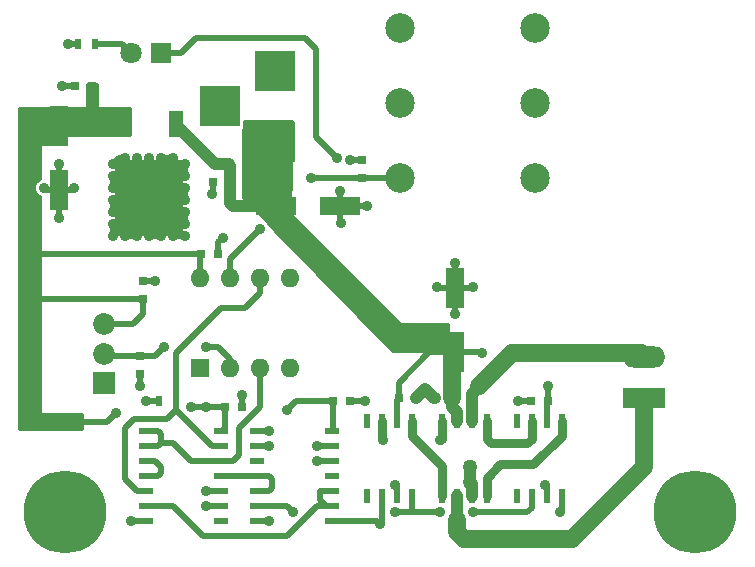
<source format=gtl>
G04 #@! TF.FileFunction,Copper,L1,Top,Signal*
%FSLAX46Y46*%
G04 Gerber Fmt 4.6, Leading zero omitted, Abs format (unit mm)*
G04 Created by KiCad (PCBNEW 4.0.7) date 08/01/18 14:34:15*
%MOMM*%
%LPD*%
G01*
G04 APERTURE LIST*
%ADD10C,0.150000*%
%ADD11R,1.600000X1.600000*%
%ADD12O,1.600000X1.600000*%
%ADD13R,1.143000X0.508000*%
%ADD14R,3.600000X1.800000*%
%ADD15O,3.600000X1.800000*%
%ADD16R,0.508000X1.143000*%
%ADD17R,3.500000X1.600000*%
%ADD18R,0.800000X0.750000*%
%ADD19R,1.600000X3.500000*%
%ADD20R,0.750000X0.800000*%
%ADD21R,1.800000X1.800000*%
%ADD22C,1.800000*%
%ADD23C,2.500000*%
%ADD24R,3.500000X3.500000*%
%ADD25R,1.850000X1.850000*%
%ADD26C,1.850000*%
%ADD27R,0.500000X0.900000*%
%ADD28R,1.200000X2.200000*%
%ADD29R,5.800000X6.400000*%
%ADD30R,2.750000X3.050000*%
%ADD31C,7.000000*%
%ADD32C,0.889000*%
%ADD33C,1.270000*%
%ADD34C,0.508000*%
%ADD35C,1.016000*%
%ADD36C,1.524000*%
%ADD37C,0.762000*%
%ADD38C,0.304800*%
G04 APERTURE END LIST*
D10*
D11*
X66548000Y-83820000D03*
D12*
X74168000Y-76200000D03*
X69088000Y-83820000D03*
X71628000Y-76200000D03*
X71628000Y-83820000D03*
X69088000Y-76200000D03*
X74168000Y-83820000D03*
X66548000Y-76200000D03*
D13*
X71374000Y-89154000D03*
X71374000Y-90424000D03*
X71374000Y-91694000D03*
X71374000Y-92964000D03*
X71374000Y-94234000D03*
X71374000Y-95504000D03*
X71374000Y-96774000D03*
X77724000Y-96774000D03*
X77724000Y-95504000D03*
X77724000Y-92964000D03*
X77724000Y-91694000D03*
X77724000Y-90424000D03*
X77724000Y-89154000D03*
X77724000Y-94234000D03*
D14*
X104140000Y-86360000D03*
D15*
X104140000Y-82860000D03*
D16*
X80645000Y-88265000D03*
X81915000Y-88265000D03*
X83185000Y-88265000D03*
X84455000Y-88265000D03*
X84455000Y-94615000D03*
X83185000Y-94615000D03*
X81915000Y-94615000D03*
X80645000Y-94615000D03*
X93345000Y-88265000D03*
X94615000Y-88265000D03*
X95885000Y-88265000D03*
X97155000Y-88265000D03*
X97155000Y-94615000D03*
X95885000Y-94615000D03*
X94615000Y-94615000D03*
X93345000Y-94615000D03*
D17*
X72992000Y-70104000D03*
X78392000Y-70104000D03*
D18*
X67576000Y-68072000D03*
X69076000Y-68072000D03*
X83324000Y-86360000D03*
X84824000Y-86360000D03*
D19*
X54610000Y-63340000D03*
X54610000Y-68740000D03*
D18*
X55892000Y-59944000D03*
X57392000Y-59944000D03*
D19*
X88138000Y-82456000D03*
X88138000Y-77056000D03*
D18*
X68060000Y-74168000D03*
X66560000Y-74168000D03*
X86372000Y-86360000D03*
X87872000Y-86360000D03*
X94500000Y-86614000D03*
X96000000Y-86614000D03*
D20*
X61468000Y-84316000D03*
X61468000Y-82816000D03*
X80264000Y-66179000D03*
X80264000Y-67679000D03*
D18*
X79236000Y-86614000D03*
X77736000Y-86614000D03*
D21*
X63246000Y-57150000D03*
D22*
X60706000Y-57150000D03*
D23*
X83448000Y-55050000D03*
X83448000Y-61400000D03*
X83448000Y-67750000D03*
X94878000Y-55050000D03*
X94878000Y-61400000D03*
X94878000Y-67750000D03*
D24*
X72898000Y-64643000D03*
X72898000Y-58643000D03*
X68198000Y-61643000D03*
D25*
X58420000Y-85090000D03*
D26*
X58420000Y-82590000D03*
X58420000Y-80090000D03*
D27*
X56146000Y-56388000D03*
X57646000Y-56388000D03*
D28*
X64510000Y-63110000D03*
X59950000Y-63110000D03*
D29*
X62230000Y-69410000D03*
D30*
X60705000Y-71085000D03*
X63755000Y-67735000D03*
X63755000Y-71085000D03*
X60705000Y-67735000D03*
D16*
X86995000Y-88265000D03*
X88265000Y-88265000D03*
X89535000Y-88265000D03*
X90805000Y-88265000D03*
X90805000Y-94615000D03*
X89535000Y-94615000D03*
X88265000Y-94615000D03*
X86995000Y-94615000D03*
D31*
X55118000Y-96012000D03*
X108458000Y-96012000D03*
D20*
X61722000Y-76466000D03*
X61722000Y-77966000D03*
D27*
X64504000Y-86614000D03*
X63004000Y-86614000D03*
D18*
X70092000Y-87122000D03*
X68592000Y-87122000D03*
D13*
X61976000Y-89154000D03*
X61976000Y-90424000D03*
X61976000Y-91694000D03*
X61976000Y-92964000D03*
X61976000Y-94234000D03*
X61976000Y-95504000D03*
X61976000Y-96774000D03*
X68326000Y-96774000D03*
X68326000Y-95504000D03*
X68326000Y-92964000D03*
X68326000Y-91694000D03*
X68326000Y-90424000D03*
X68326000Y-89154000D03*
X68326000Y-94234000D03*
D32*
X67056000Y-82042000D03*
X63500000Y-82042000D03*
X59436000Y-87630000D03*
X65786000Y-87122000D03*
X67056000Y-87122000D03*
X73914000Y-87376000D03*
X67564000Y-69088000D03*
X68453000Y-72771000D03*
X78486000Y-71501000D03*
X78359000Y-68834000D03*
X80645000Y-70104000D03*
X79248000Y-66167000D03*
X85598000Y-85598000D03*
X80518000Y-86614000D03*
X76454000Y-90424000D03*
X76454000Y-91694000D03*
X72390000Y-90424000D03*
X72390000Y-89154000D03*
X70104000Y-86106000D03*
X72390000Y-96774000D03*
X67056000Y-95504000D03*
X67056000Y-94234000D03*
X60706000Y-96774000D03*
X61976000Y-86614000D03*
X61214000Y-66040000D03*
X60198000Y-66040000D03*
X59182000Y-66548000D03*
X59182000Y-67564000D03*
X59182000Y-68580000D03*
X59182000Y-69596000D03*
X59182000Y-70612000D03*
X59182000Y-71628000D03*
X59182000Y-72644000D03*
X60198000Y-72644000D03*
X61214000Y-72644000D03*
X62230000Y-72644000D03*
X63246000Y-72644000D03*
X64262000Y-72644000D03*
X65278000Y-72644000D03*
X65278000Y-71628000D03*
X65278000Y-70612000D03*
X65278000Y-69596000D03*
X65278000Y-68580000D03*
X65278000Y-67564000D03*
X65278000Y-66548000D03*
X64262000Y-66040000D03*
X63246000Y-66040000D03*
X62230000Y-66040000D03*
X62738000Y-76454000D03*
X61468000Y-85344000D03*
X53340000Y-68580000D03*
X55880000Y-68580000D03*
X54610000Y-71120000D03*
X54610000Y-66548000D03*
X88138000Y-74930000D03*
X88138000Y-79248000D03*
X89662000Y-76962000D03*
X86614000Y-76962000D03*
X83058000Y-93726000D03*
D33*
X89408000Y-93472000D03*
X89408000Y-92202000D03*
D32*
X95758000Y-93726000D03*
X93472000Y-86614000D03*
X55372000Y-56388000D03*
X54864000Y-59944000D03*
X68326000Y-62738000D03*
X90424000Y-82550000D03*
X96012000Y-85344000D03*
X75946000Y-67691000D03*
X71628000Y-72009000D03*
X78105000Y-66040000D03*
X82042000Y-89916000D03*
X86868000Y-89916000D03*
X74422000Y-96012000D03*
X83058000Y-96012000D03*
X86868000Y-96012000D03*
X89662000Y-96012000D03*
X81788000Y-97028000D03*
X97028000Y-96012000D03*
D34*
X69088000Y-83820000D02*
X69088000Y-83058000D01*
X69088000Y-83058000D02*
X68072000Y-82042000D01*
X68072000Y-82042000D02*
X67056000Y-82042000D01*
X63500000Y-82042000D02*
X62726000Y-82816000D01*
X62726000Y-82816000D02*
X61468000Y-82816000D01*
X58646000Y-82816000D02*
X58420000Y-82590000D01*
X61468000Y-82816000D02*
X58646000Y-82816000D01*
X67056000Y-87122000D02*
X65786000Y-87122000D01*
X58674000Y-88392000D02*
X55118000Y-88392000D01*
X59436000Y-87630000D02*
X58674000Y-88392000D01*
X77736000Y-86614000D02*
X74676000Y-86614000D01*
X67056000Y-87122000D02*
X68592000Y-87122000D01*
X74676000Y-86614000D02*
X73914000Y-87376000D01*
X77736000Y-86614000D02*
X77736000Y-89142000D01*
X77736000Y-89142000D02*
X77724000Y-89154000D01*
X68592000Y-87122000D02*
X68592000Y-88888000D01*
X68592000Y-88888000D02*
X68326000Y-89154000D01*
X66548000Y-76200000D02*
X66548000Y-74180000D01*
X66548000Y-74180000D02*
X66560000Y-74168000D01*
X66560000Y-74168000D02*
X52070000Y-74168000D01*
X66548000Y-76200000D02*
X66294000Y-76200000D01*
X61722000Y-77966000D02*
X61722000Y-79248000D01*
X60880000Y-80090000D02*
X58420000Y-80090000D01*
X61722000Y-79248000D02*
X60880000Y-80090000D01*
X61722000Y-77966000D02*
X52082000Y-77966000D01*
X52082000Y-77966000D02*
X52070000Y-77978000D01*
X58848000Y-80518000D02*
X58420000Y-80090000D01*
X67576000Y-68072000D02*
X67576000Y-69076000D01*
X67576000Y-69076000D02*
X67564000Y-69088000D01*
X68060000Y-74168000D02*
X68060000Y-73164000D01*
X68060000Y-73164000D02*
X68453000Y-72771000D01*
X78392000Y-70104000D02*
X78392000Y-71407000D01*
X78392000Y-71407000D02*
X78486000Y-71501000D01*
X78392000Y-70104000D02*
X78392000Y-68867000D01*
X78392000Y-68867000D02*
X78359000Y-68834000D01*
X78392000Y-70104000D02*
X80645000Y-70104000D01*
X80264000Y-66179000D02*
X79260000Y-66179000D01*
X79260000Y-66179000D02*
X79248000Y-66167000D01*
D35*
X86372000Y-86360000D02*
X86360000Y-86360000D01*
X86360000Y-86360000D02*
X85598000Y-85598000D01*
X84824000Y-86360000D02*
X84836000Y-86360000D01*
X84836000Y-86360000D02*
X85598000Y-85598000D01*
D34*
X79236000Y-86614000D02*
X80518000Y-86614000D01*
X77724000Y-90424000D02*
X76454000Y-90424000D01*
X77724000Y-91694000D02*
X76454000Y-91694000D01*
X71374000Y-90424000D02*
X72390000Y-90424000D01*
X71374000Y-89154000D02*
X72390000Y-89154000D01*
X70092000Y-87122000D02*
X70092000Y-86118000D01*
X70092000Y-86118000D02*
X70104000Y-86106000D01*
X71374000Y-96774000D02*
X72390000Y-96774000D01*
X68326000Y-95504000D02*
X67056000Y-95504000D01*
X68326000Y-94234000D02*
X67056000Y-94234000D01*
X61976000Y-96774000D02*
X60706000Y-96774000D01*
X63004000Y-86614000D02*
X61976000Y-86614000D01*
X68060000Y-74168000D02*
X68072000Y-74168000D01*
X62230000Y-69410000D02*
X62230000Y-66040000D01*
X59690000Y-66040000D02*
X60198000Y-66040000D01*
X59182000Y-66548000D02*
X59690000Y-66040000D01*
X59182000Y-68580000D02*
X59182000Y-67564000D01*
X59182000Y-70612000D02*
X59182000Y-69596000D01*
X59182000Y-72644000D02*
X59182000Y-71628000D01*
X61214000Y-72644000D02*
X60198000Y-72644000D01*
X63246000Y-72644000D02*
X62230000Y-72644000D01*
X65278000Y-72644000D02*
X64262000Y-72644000D01*
X65278000Y-70612000D02*
X65278000Y-71628000D01*
X65278000Y-68580000D02*
X65278000Y-69596000D01*
X65278000Y-66548000D02*
X65278000Y-67564000D01*
X63246000Y-66040000D02*
X64262000Y-66040000D01*
X62726000Y-76466000D02*
X62738000Y-76454000D01*
X61722000Y-76466000D02*
X62726000Y-76466000D01*
X61468000Y-84316000D02*
X61468000Y-85344000D01*
X54610000Y-68740000D02*
X53500000Y-68740000D01*
X53500000Y-68740000D02*
X53340000Y-68580000D01*
X54610000Y-68740000D02*
X55720000Y-68740000D01*
X55720000Y-68740000D02*
X55880000Y-68580000D01*
X54610000Y-68740000D02*
X54610000Y-71120000D01*
X54610000Y-68740000D02*
X54610000Y-66548000D01*
X88138000Y-77056000D02*
X88138000Y-74930000D01*
X88138000Y-77056000D02*
X88138000Y-79248000D01*
X88138000Y-77056000D02*
X89568000Y-77056000D01*
X89568000Y-77056000D02*
X89662000Y-76962000D01*
X88138000Y-77056000D02*
X86708000Y-77056000D01*
X86708000Y-77056000D02*
X86614000Y-76962000D01*
X83185000Y-94615000D02*
X83185000Y-93853000D01*
X83185000Y-93853000D02*
X83058000Y-93726000D01*
D35*
X89408000Y-92202000D02*
X89408000Y-93472000D01*
X89535000Y-93599000D02*
X89408000Y-93472000D01*
X89535000Y-93599000D02*
X89535000Y-94615000D01*
D34*
X95885000Y-94615000D02*
X95885000Y-93853000D01*
X95885000Y-93853000D02*
X95758000Y-93726000D01*
X94500000Y-86614000D02*
X93472000Y-86614000D01*
X56146000Y-56388000D02*
X55372000Y-56388000D01*
X55892000Y-59944000D02*
X54864000Y-59944000D01*
X69076000Y-68072000D02*
X69076000Y-66663000D01*
X69076000Y-66663000D02*
X68961000Y-66548000D01*
X64510000Y-63110000D02*
X64510000Y-63240000D01*
X64510000Y-63240000D02*
X65532000Y-64262000D01*
D35*
X64510000Y-63240000D02*
X65532000Y-64262000D01*
X65532000Y-64262000D02*
X67818000Y-66548000D01*
X67818000Y-66548000D02*
X68961000Y-66548000D01*
X68961000Y-66548000D02*
X69076000Y-66663000D01*
X69076000Y-66663000D02*
X69076000Y-69838000D01*
X69076000Y-69838000D02*
X69342000Y-70104000D01*
X69342000Y-70104000D02*
X72992000Y-70104000D01*
D36*
X87872000Y-86360000D02*
X87872000Y-82722000D01*
X87872000Y-82722000D02*
X88138000Y-82456000D01*
D35*
X88265000Y-88265000D02*
X88265000Y-87503000D01*
X87872000Y-87110000D02*
X87872000Y-86360000D01*
X88265000Y-87503000D02*
X87872000Y-87110000D01*
D36*
X88126000Y-82468000D02*
X88138000Y-82456000D01*
D35*
X88126000Y-82468000D02*
X88138000Y-82456000D01*
D34*
X88138000Y-82456000D02*
X87790000Y-82456000D01*
X87790000Y-82456000D02*
X86868000Y-81534000D01*
X96000000Y-86614000D02*
X96000000Y-85356000D01*
X90330000Y-82456000D02*
X88138000Y-82456000D01*
X90424000Y-82550000D02*
X90330000Y-82456000D01*
X96000000Y-85356000D02*
X96012000Y-85344000D01*
X83324000Y-86360000D02*
X83324000Y-85078000D01*
X83324000Y-85078000D02*
X85946000Y-82456000D01*
X85946000Y-82456000D02*
X88138000Y-82456000D01*
X83185000Y-88265000D02*
X83185000Y-86499000D01*
X83185000Y-86499000D02*
X83324000Y-86360000D01*
X95885000Y-88265000D02*
X95885000Y-86729000D01*
X95885000Y-86729000D02*
X96000000Y-86614000D01*
X69088000Y-76200000D02*
X69088000Y-74549000D01*
X75958000Y-67679000D02*
X80264000Y-67679000D01*
X75946000Y-67691000D02*
X75958000Y-67679000D01*
X69088000Y-74549000D02*
X71628000Y-72009000D01*
X80264000Y-67679000D02*
X83377000Y-67679000D01*
X83377000Y-67679000D02*
X83448000Y-67750000D01*
X69088000Y-76200000D02*
X69088000Y-75565000D01*
X64897000Y-57150000D02*
X63246000Y-57150000D01*
X66167000Y-55880000D02*
X64897000Y-57150000D01*
X75438000Y-55880000D02*
X66167000Y-55880000D01*
X76327000Y-56769000D02*
X75438000Y-55880000D01*
X76327000Y-64262000D02*
X76327000Y-56769000D01*
X78105000Y-66040000D02*
X76327000Y-64262000D01*
X57646000Y-56388000D02*
X59944000Y-56388000D01*
X59944000Y-56388000D02*
X60706000Y-57150000D01*
D37*
X86995000Y-88265000D02*
X86995000Y-89789000D01*
X81915000Y-89789000D02*
X81915000Y-88265000D01*
X82042000Y-89916000D02*
X81915000Y-89789000D01*
X86995000Y-89789000D02*
X86868000Y-89916000D01*
X84455000Y-88265000D02*
X84455000Y-89535000D01*
X86995000Y-92075000D02*
X86995000Y-94615000D01*
X84455000Y-89535000D02*
X86995000Y-92075000D01*
D34*
X86995000Y-94615000D02*
X86995000Y-94361000D01*
X84328000Y-96012000D02*
X83058000Y-96012000D01*
X73914000Y-95504000D02*
X71374000Y-95504000D01*
X74422000Y-96012000D02*
X73914000Y-95504000D01*
X94615000Y-94615000D02*
X94615000Y-95631000D01*
X84455000Y-95885000D02*
X84455000Y-94615000D01*
X84328000Y-96012000D02*
X84455000Y-95885000D01*
X86868000Y-96012000D02*
X84328000Y-96012000D01*
X94234000Y-96012000D02*
X89662000Y-96012000D01*
X94615000Y-95631000D02*
X94234000Y-96012000D01*
X77724000Y-96774000D02*
X81534000Y-96774000D01*
X81534000Y-96774000D02*
X81788000Y-97028000D01*
X97155000Y-94615000D02*
X97155000Y-95885000D01*
X81915000Y-96901000D02*
X81915000Y-94615000D01*
X81788000Y-97028000D02*
X81915000Y-96901000D01*
X97155000Y-95885000D02*
X97028000Y-96012000D01*
D37*
X94615000Y-88265000D02*
X94615000Y-89789000D01*
X90805000Y-89789000D02*
X90805000Y-88265000D01*
X91186000Y-90170000D02*
X90805000Y-89789000D01*
X94234000Y-90170000D02*
X91186000Y-90170000D01*
X94615000Y-89789000D02*
X94234000Y-90170000D01*
X97155000Y-88265000D02*
X97155000Y-89535000D01*
X90805000Y-93091000D02*
X90805000Y-94615000D01*
X91948000Y-91948000D02*
X90805000Y-93091000D01*
X94742000Y-91948000D02*
X91948000Y-91948000D01*
X97155000Y-89535000D02*
X94742000Y-91948000D01*
D34*
X68326000Y-90424000D02*
X67564000Y-90424000D01*
X67564000Y-90424000D02*
X64504000Y-87364000D01*
X61976000Y-94234000D02*
X61214000Y-94234000D01*
X64504000Y-87388000D02*
X64504000Y-87364000D01*
X64504000Y-87364000D02*
X64504000Y-86614000D01*
X63754000Y-88138000D02*
X64504000Y-87388000D01*
X60960000Y-88138000D02*
X63754000Y-88138000D01*
X60198000Y-88900000D02*
X60960000Y-88138000D01*
X60198000Y-93218000D02*
X60198000Y-88900000D01*
X61214000Y-94234000D02*
X60198000Y-93218000D01*
X64504000Y-86614000D02*
X64504000Y-82562000D01*
X71628000Y-77470000D02*
X71628000Y-76200000D01*
X70358000Y-78740000D02*
X71628000Y-77470000D01*
X68326000Y-78740000D02*
X70358000Y-78740000D01*
X64504000Y-82562000D02*
X68326000Y-78740000D01*
X71628000Y-83820000D02*
X71628000Y-87122000D01*
X69342000Y-91694000D02*
X68326000Y-91694000D01*
X69850000Y-91186000D02*
X69342000Y-91694000D01*
X69850000Y-88900000D02*
X69850000Y-91186000D01*
X71628000Y-87122000D02*
X69850000Y-88900000D01*
X68326000Y-91694000D02*
X65786000Y-91694000D01*
X64262000Y-90170000D02*
X63246000Y-90170000D01*
X65786000Y-91694000D02*
X64262000Y-90170000D01*
X61976000Y-89154000D02*
X62992000Y-89154000D01*
X62992000Y-90424000D02*
X61976000Y-90424000D01*
X63246000Y-90170000D02*
X62992000Y-90424000D01*
X63246000Y-89408000D02*
X63246000Y-90170000D01*
X62992000Y-89154000D02*
X63246000Y-89408000D01*
D36*
X88265000Y-96647000D02*
X88265000Y-97663000D01*
D35*
X88265000Y-94615000D02*
X88265000Y-96647000D01*
D36*
X104140000Y-92202000D02*
X104140000Y-86360000D01*
X98044000Y-98298000D02*
X104140000Y-92202000D01*
X88900000Y-98298000D02*
X98044000Y-98298000D01*
X88265000Y-97663000D02*
X88900000Y-98298000D01*
X90170000Y-85344000D02*
X92964000Y-82550000D01*
D35*
X89535000Y-85979000D02*
X90170000Y-85344000D01*
X89535000Y-88265000D02*
X89535000Y-85979000D01*
D36*
X92964000Y-82550000D02*
X103830000Y-82550000D01*
X103830000Y-82550000D02*
X104140000Y-82860000D01*
D34*
X61976000Y-91694000D02*
X62738000Y-91694000D01*
X62992000Y-92964000D02*
X61976000Y-92964000D01*
X63246000Y-92710000D02*
X62992000Y-92964000D01*
X63246000Y-92202000D02*
X63246000Y-92710000D01*
X62738000Y-91694000D02*
X63246000Y-92202000D01*
X71374000Y-92964000D02*
X72390000Y-92964000D01*
X72390000Y-94234000D02*
X71374000Y-94234000D01*
X72644000Y-93980000D02*
X72390000Y-94234000D01*
X72644000Y-93218000D02*
X72644000Y-93980000D01*
X72390000Y-92964000D02*
X72644000Y-93218000D01*
X68326000Y-92964000D02*
X71374000Y-92964000D01*
X77724000Y-95504000D02*
X77216000Y-95504000D01*
X77216000Y-95504000D02*
X76708000Y-94996000D01*
X76708000Y-94234000D02*
X77724000Y-94234000D01*
X76708000Y-94996000D02*
X76708000Y-94234000D01*
X61976000Y-95504000D02*
X64262000Y-95504000D01*
X76454000Y-95504000D02*
X77724000Y-95504000D01*
X73914000Y-98044000D02*
X76454000Y-95504000D01*
X66802000Y-98044000D02*
X73914000Y-98044000D01*
X64262000Y-95504000D02*
X66802000Y-98044000D01*
D38*
G36*
X57759600Y-61722000D02*
X57771607Y-61781292D01*
X57805736Y-61831242D01*
X57856609Y-61863977D01*
X57912000Y-61874400D01*
X60553600Y-61874400D01*
X60553600Y-64109600D01*
X55118000Y-64109600D01*
X55058708Y-64121607D01*
X55008758Y-64155736D01*
X54976023Y-64206609D01*
X54965600Y-64262000D01*
X54965600Y-64871600D01*
X53086000Y-64871600D01*
X53026708Y-64883607D01*
X52976758Y-64917736D01*
X52944023Y-64968609D01*
X52933600Y-65024000D01*
X52933600Y-67827247D01*
X52858634Y-67858222D01*
X52619063Y-68097375D01*
X52489248Y-68410003D01*
X52488953Y-68748512D01*
X52618222Y-69061366D01*
X52857375Y-69300937D01*
X52933600Y-69332589D01*
X52933600Y-87630000D01*
X52945607Y-87689292D01*
X52979736Y-87739242D01*
X53030609Y-87771977D01*
X53086000Y-87782400D01*
X56489600Y-87782400D01*
X56489600Y-89001600D01*
X51256400Y-89001600D01*
X51256400Y-61874400D01*
X56896000Y-61874400D01*
X56955292Y-61862393D01*
X57005242Y-61828264D01*
X57037977Y-61777391D01*
X57048400Y-61722000D01*
X57048400Y-59842400D01*
X57759600Y-59842400D01*
X57759600Y-61722000D01*
X57759600Y-61722000D01*
G37*
X57759600Y-61722000D02*
X57771607Y-61781292D01*
X57805736Y-61831242D01*
X57856609Y-61863977D01*
X57912000Y-61874400D01*
X60553600Y-61874400D01*
X60553600Y-64109600D01*
X55118000Y-64109600D01*
X55058708Y-64121607D01*
X55008758Y-64155736D01*
X54976023Y-64206609D01*
X54965600Y-64262000D01*
X54965600Y-64871600D01*
X53086000Y-64871600D01*
X53026708Y-64883607D01*
X52976758Y-64917736D01*
X52944023Y-64968609D01*
X52933600Y-65024000D01*
X52933600Y-67827247D01*
X52858634Y-67858222D01*
X52619063Y-68097375D01*
X52489248Y-68410003D01*
X52488953Y-68748512D01*
X52618222Y-69061366D01*
X52857375Y-69300937D01*
X52933600Y-69332589D01*
X52933600Y-87630000D01*
X52945607Y-87689292D01*
X52979736Y-87739242D01*
X53030609Y-87771977D01*
X53086000Y-87782400D01*
X56489600Y-87782400D01*
X56489600Y-89001600D01*
X51256400Y-89001600D01*
X51256400Y-61874400D01*
X56896000Y-61874400D01*
X56955292Y-61862393D01*
X57005242Y-61828264D01*
X57037977Y-61777391D01*
X57048400Y-61722000D01*
X57048400Y-59842400D01*
X57759600Y-59842400D01*
X57759600Y-61722000D01*
G36*
X74144603Y-70738565D02*
X74155668Y-70798040D01*
X74189221Y-70848747D01*
X83458237Y-80117763D01*
X83508653Y-80151199D01*
X83566000Y-80162400D01*
X87477600Y-80162400D01*
X87477600Y-82397600D01*
X82868450Y-82397600D01*
X72375483Y-71589844D01*
X72349778Y-71527634D01*
X72110625Y-71288063D01*
X72063489Y-71268490D01*
X70256400Y-69407189D01*
X70256400Y-63661510D01*
X70329715Y-63554210D01*
X70362361Y-63393000D01*
X70362361Y-63017400D01*
X74267162Y-63017400D01*
X74144603Y-70738565D01*
X74144603Y-70738565D01*
G37*
X74144603Y-70738565D02*
X74155668Y-70798040D01*
X74189221Y-70848747D01*
X83458237Y-80117763D01*
X83508653Y-80151199D01*
X83566000Y-80162400D01*
X87477600Y-80162400D01*
X87477600Y-82397600D01*
X82868450Y-82397600D01*
X72375483Y-71589844D01*
X72349778Y-71527634D01*
X72110625Y-71288063D01*
X72063489Y-71268490D01*
X70256400Y-69407189D01*
X70256400Y-63661510D01*
X70329715Y-63554210D01*
X70362361Y-63393000D01*
X70362361Y-63017400D01*
X74267162Y-63017400D01*
X74144603Y-70738565D01*
M02*

</source>
